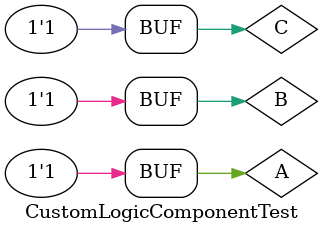
<source format=v>
`timescale 1ns / 1ps


module CustomLogicComponentTest;

	// Inputs
	reg A;
	reg B;
	reg C;

	// Outputs
	wire F;

	// Instantiate the Unit Under Test (UUT)
	CustomLogicComponent uut (
		.A(A), 
		.B(B), 
		.C(C), 
		.F(F)
	);

	initial begin
		// Initialize Inputs
		A = 0;
		B = 0;
		C = 0;

		// Wait 100 ns for global reset to finish
		#100;
		
		A = 0;
		B = 0;
		C = 1;
		
		#100;
		
		A = 0;
		B = 1;
		C = 0;
		
		#100;
		
		A = 0;
		B = 1;
		C = 1;
		
		#100;
		
		A = 1;
		B = 0;
		C = 0;
		
		#100;
		
		A = 1;
		B = 0;
		C = 1;
		
		#100;
		
		A = 1;
		B = 1;
		C = 0;
		
		#100;
		
		A = 1;
		B = 1;
		C = 1;
		
        
		// Add stimulus here

	end
      
endmodule


</source>
